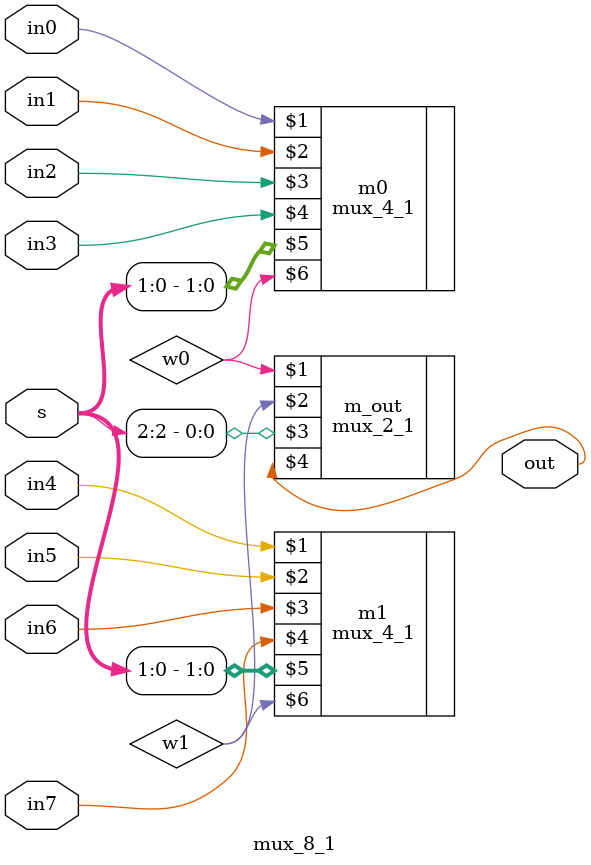
<source format=v>
module mux_8_1(in0, in1, in2, in3, in4, in5, in6, in7, s, out);

	input in0;
	input in1;
	input in2;
	input in3;
	input in4;
	input in5;
	input in6;
	input in7;
	input [2:0] s;
	output out;

	wire w0;
	wire w1;
	mux_4_1 m0(in0, in1, in2, in3, s[1:0], w0);
	mux_4_1 m1(in4, in5, in6, in7, s[1:0], w1);
	mux_2_1 m_out(w0, w1, s[2], out);

endmodule

</source>
